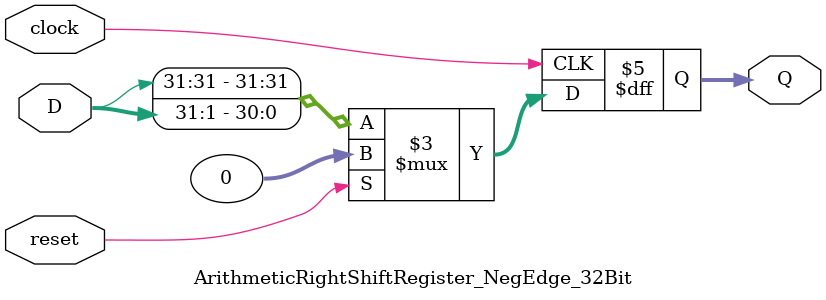
<source format=v>
module ArithmeticRightShiftRegister_NegEdge_32Bit (clock, reset, D, Q);
    input clock;
    input reset;
    input [31:0] D;
    output reg [31:0] Q;

    always @(negedge clock)
    begin
        if (reset)
            Q <= 32'b00000000000000000000000000000000;
        else
            Q <= {D[31], D[31:1]};        
    end
endmodule

</source>
